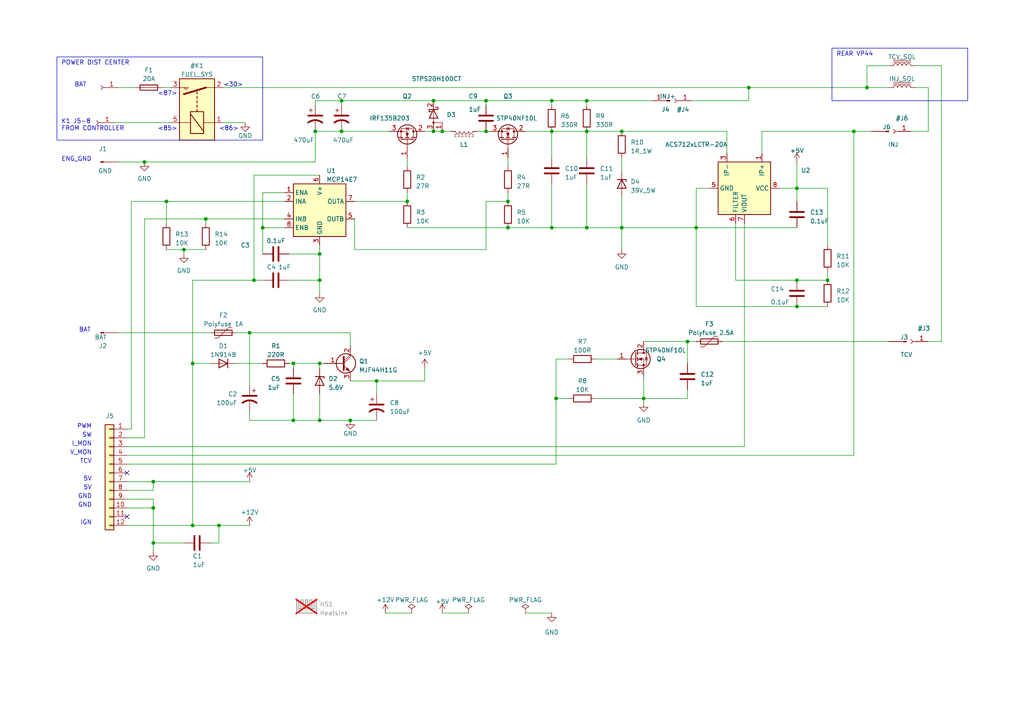
<source format=kicad_sch>
(kicad_sch (version 20230121) (generator eeschema)
  (paper "A4")
  (title_block (title "VP44_DRV_SW") (date "2023-03-25") (rev "A1") (comment 1 "Solser small bus wire to bare traces for high current"))
  (lib_symbols
    (symbol "Conn_01x01_Pin_1" (pin_numbers hide) (pin_names (offset 1.016) hide)
      (property "Reference" "J" (at 0 2.54 0))
      (property "Value" "Conn_01x01_Pin" (at 0 -2.54 0))
      (symbol "Conn_01x01_Pin_1_1_1"
        (polyline (pts (xy 1.27 0) (xy 0.8636 0)) (stroke (width 0.1524)))
        (rectangle (start 0.8636 0.127) (end 0 -0.127) (stroke (width 0.1524)) (fill (type outline)))
        (pin passive line (at 5.08 0 180) (length 3.81) (name "Pin_1") (number "1"))
      )
    )
    (symbol "Conn_01x01_Pin_2" (pin_numbers hide) (pin_names (offset 1.016) hide)
      (property "Reference" "J" (at 0 2.54 0))
      (property "Value" "Conn_01x01_Pin" (at 0 -2.54 0))
      (symbol "Conn_01x01_Pin_2_1_1"
        (polyline (pts (xy 1.27 0) (xy 0.8636 0)) (stroke (width 0.1524)))
        (rectangle (start 0.8636 0.127) (end 0 -0.127) (stroke (width 0.1524)) (fill (type outline)))
        (pin passive line (at 5.08 0 180) (length 3.81) (name "Pin_1") (number "1"))
      )
    )
    (symbol "Conn_01x01_Pin_3" (pin_numbers hide) (pin_names (offset 1.016) hide)
      (property "Reference" "J" (at 0 2.54 0))
      (property "Value" "Conn_01x01_Pin" (at 0 -2.54 0))
      (symbol "Conn_01x01_Pin_3_1_1"
        (polyline (pts (xy 1.27 0) (xy 0.8636 0)) (stroke (width 0.1524)))
        (rectangle (start 0.8636 0.127) (end 0 -0.127) (stroke (width 0.1524)) (fill (type outline)))
        (pin passive line (at 5.08 0 180) (length 3.81) (name "Pin_1") (number "1"))
      )
    )
    (symbol "Conn_01x01_Pin_4" (pin_numbers hide) (pin_names (offset 1.016) hide)
      (property "Reference" "J" (at 0 2.54 0))
      (property "Value" "Conn_01x01_Pin" (at 0 -2.54 0))
      (symbol "Conn_01x01_Pin_4_1_1"
        (polyline (pts (xy 1.27 0) (xy 0.8636 0)) (stroke (width 0.1524)))
        (rectangle (start 0.8636 0.127) (end 0 -0.127) (stroke (width 0.1524)) (fill (type outline)))
        (pin passive line (at 5.08 0 180) (length 3.81) (name "Pin_1") (number "1"))
      )
    )
    (symbol "Connector:Conn_01x01_Pin" (pin_names (offset 1.016) hide)
      (property "Reference" "J" (at 0 2.54 0))
      (property "Value" "Conn_01x01_Pin" (at 0 -2.54 0))
      (symbol "Conn_01x01_Pin_1_1"
        (polyline (pts (xy 1.27 0) (xy 0.8636 0)) (stroke (width 0.1524)))
        (rectangle (start 0.8636 0.127) (end 0 -0.127) (stroke (width 0.1524)) (fill (type outline)))
        (pin passive line (at 5.08 0 180) (length 3.81) (name "Pin_1") (number "1"))
      )
    )
    (symbol "Connector:Conn_01x01_Socket" (pin_names (offset 1.016) hide)
      (property "Reference" "J" (at 0 2.54 0))
      (property "Value" "Conn_01x01_Socket" (at 0 -2.54 0))
      (symbol "Conn_01x01_Socket_1_1"
        (polyline (pts (xy -1.27 0) (xy -0.508 0)) (stroke (width 0.1524)))
        (arc (start 0 0.508) (mid -0.5058 0) (end 0 -0.508) (stroke (width 0.1524)))
        (pin passive line (at -5.08 0 0) (length 3.81) (name "Pin_1") (number "1"))
      )
    )
    (symbol "Connector_Generic:Conn_01x12" (pin_names (offset 1.016) hide)
      (property "Reference" "J" (at 0 15.24 0))
      (property "Value" "Conn_01x12" (at 0 -17.78 0))
      (symbol "Conn_01x12_1_1"
        (rectangle (start -1.27 -15.113) (end 0 -15.367) (stroke (width 0.1524)))
        (rectangle (start -1.27 -12.573) (end 0 -12.827) (stroke (width 0.1524)))
        (rectangle (start -1.27 -10.033) (end 0 -10.287) (stroke (width 0.1524)))
        (rectangle (start -1.27 -7.493) (end 0 -7.747) (stroke (width 0.1524)))
        (rectangle (start -1.27 -4.953) (end 0 -5.207) (stroke (width 0.1524)))
        (rectangle (start -1.27 -2.413) (end 0 -2.667) (stroke (width 0.1524)))
        (rectangle (start -1.27 0.127) (end 0 -0.127) (stroke (width 0.1524)))
        (rectangle (start -1.27 2.667) (end 0 2.413) (stroke (width 0.1524)))
        (rectangle (start -1.27 5.207) (end 0 4.953) (stroke (width 0.1524)))
        (rectangle (start -1.27 7.747) (end 0 7.493) (stroke (width 0.1524)))
        (rectangle (start -1.27 10.287) (end 0 10.033) (stroke (width 0.1524)))
        (rectangle (start -1.27 12.827) (end 0 12.573) (stroke (width 0.1524)))
        (rectangle (start -1.27 13.97) (end 1.27 -16.51) (stroke (width 0.254)) (fill (type background)))
        (pin passive line (at -5.08 12.7 0) (length 3.81) (name "Pin_1") (number "1"))
        (pin passive line (at -5.08 -10.16 0) (length 3.81) (name "Pin_10") (number "10"))
        (pin passive line (at -5.08 -12.7 0) (length 3.81) (name "Pin_11") (number "11"))
        (pin passive line (at -5.08 -15.24 0) (length 3.81) (name "Pin_12") (number "12"))
        (pin passive line (at -5.08 10.16 0) (length 3.81) (name "Pin_2") (number "2"))
        (pin passive line (at -5.08 7.62 0) (length 3.81) (name "Pin_3") (number "3"))
        (pin passive line (at -5.08 5.08 0) (length 3.81) (name "Pin_4") (number "4"))
        (pin passive line (at -5.08 2.54 0) (length 3.81) (name "Pin_5") (number "5"))
        (pin passive line (at -5.08 0 0) (length 3.81) (name "Pin_6") (number "6"))
        (pin passive line (at -5.08 -2.54 0) (length 3.81) (name "Pin_7") (number "7"))
        (pin passive line (at -5.08 -5.08 0) (length 3.81) (name "Pin_8") (number "8"))
        (pin passive line (at -5.08 -7.62 0) (length 3.81) (name "Pin_9") (number "9"))
      )
    )
    (symbol "Device:C" (pin_numbers hide) (pin_names (offset 0.254))
      (property "Reference" "C" (at 0.635 2.54 0))
      (property "Value" "C" (at 0.635 -2.54 0))
      (symbol "C_0_1"
        (polyline (pts (xy -2.032 -0.762) (xy 2.032 -0.762)) (stroke (width 0.508)))
        (polyline (pts (xy -2.032 0.762) (xy 2.032 0.762)) (stroke (width 0.508)))
      )
      (symbol "C_1_1"
        (pin passive line (at 0 3.81 270) (length 2.794) (name "~") (number "1"))
        (pin passive line (at 0 -3.81 90) (length 2.794) (name "~") (number "2"))
      )
    )
    (symbol "Device:C_Polarized_US" (pin_numbers hide) (pin_names (offset 0.254) hide)
      (property "Reference" "C" (at 0.635 2.54 0))
      (property "Value" "C_Polarized_US" (at 0.635 -2.54 0))
      (symbol "C_Polarized_US_0_1"
        (polyline (pts (xy -2.032 0.762) (xy 2.032 0.762)) (stroke (width 0.508)))
        (polyline (pts (xy -1.778 2.286) (xy -0.762 2.286)))
        (polyline (pts (xy -1.27 1.778) (xy -1.27 2.794)))
        (arc (start 2.032 -1.27) (mid 0 -0.5572) (end -2.032 -1.27) (stroke (width 0.508)))
      )
      (symbol "C_Polarized_US_1_1"
        (pin passive line (at 0 3.81 270) (length 2.794) (name "~") (number "1"))
        (pin passive line (at 0 -3.81 90) (length 3.302) (name "~") (number "2"))
      )
    )
    (symbol "Device:D" (pin_numbers hide) (pin_names (offset 1.016) hide)
      (property "Reference" "D" (at 0 2.54 0))
      (property "Value" "D" (at 0 -2.54 0))
      (symbol "D_0_1"
        (polyline (pts (xy -1.27 1.27) (xy -1.27 -1.27)) (stroke (width 0.254)))
        (polyline (pts (xy 1.27 0) (xy -1.27 0)))
        (polyline (pts (xy 1.27 1.27) (xy 1.27 -1.27) (xy -1.27 0) (xy 1.27 1.27)) (stroke (width 0.254)))
      )
      (symbol "D_1_1"
        (pin passive line (at -3.81 0 0) (length 2.54) (name "K") (number "1"))
        (pin passive line (at 3.81 0 180) (length 2.54) (name "A") (number "2"))
      )
    )
    (symbol "Device:D_Schottky_AKA" (pin_names (offset 0) hide)
      (property "Reference" "D" (at 0 2.54 0))
      (property "Value" "D_Schottky_AKA" (at 0 -2.54 0))
      (symbol "D_Schottky_AKA_0_1"
        (polyline (pts (xy 1.27 1.27) (xy 1.27 -1.27) (xy -1.27 0) (xy 1.27 1.27)) (stroke (width 0.254)))
        (polyline (pts (xy 3.81 2.54) (xy 2.54 2.54) (xy 2.54 0) (xy -1.27 0)))
        (polyline (pts (xy -1.905 0.635) (xy -1.905 1.27) (xy -1.27 1.27) (xy -1.27 -1.27) (xy -0.635 -1.27) (xy -0.635 -0.635)) (stroke (width 0.254)))
        (circle (center 2.54 0) (radius 0.254) (fill (type outline)))
      )
      (symbol "D_Schottky_AKA_1_1"
        (pin input line (at 5.08 2.54 180) (length 2.54) (name "A") (number "1"))
        (pin passive line (at -3.81 0 0) (length 2.54) (name "K") (number "2"))
        (pin passive line (at 5.08 0 180) (length 2.54) (name "A") (number "3"))
      )
    )
    (symbol "Device:D_Zener" (pin_numbers hide) (pin_names (offset 1.016) hide)
      (property "Reference" "D" (at 0 2.54 0))
      (property "Value" "D_Zener" (at 0 -2.54 0))
      (symbol "D_Zener_0_1"
        (polyline (pts (xy 1.27 0) (xy -1.27 0)))
        (polyline (pts (xy -1.27 -1.27) (xy -1.27 1.27) (xy -0.762 1.27)) (stroke (width 0.254)))
        (polyline (pts (xy 1.27 -1.27) (xy 1.27 1.27) (xy -1.27 0) (xy 1.27 -1.27)) (stroke (width 0.254)))
      )
      (symbol "D_Zener_1_1"
        (pin passive line (at -3.81 0 0) (length 2.54) (name "K") (number "1"))
        (pin passive line (at 3.81 0 180) (length 2.54) (name "A") (number "2"))
      )
    )
    (symbol "Device:Fuse" (pin_numbers hide) (pin_names (offset 0))
      (property "Reference" "F" (at 2.032 0 90))
      (property "Value" "Fuse" (at -1.905 0 90))
      (symbol "Fuse_0_1"
        (rectangle (start -0.762 -2.54) (end 0.762 2.54) (stroke (width 0.254)))
        (polyline (pts (xy 0 2.54) (xy 0 -2.54)))
      )
      (symbol "Fuse_1_1"
        (pin passive line (at 0 3.81 270) (length 1.27) (name "~") (number "1"))
        (pin passive line (at 0 -3.81 90) (length 1.27) (name "~") (number "2"))
      )
    )
    (symbol "Device:L_Ferrite" (pin_numbers hide) (pin_names (offset 1.016) hide)
      (property "Reference" "L" (at -1.27 0 90))
      (property "Value" "L_Ferrite" (at 2.794 0 90))
      (symbol "L_Ferrite_0_1"
        (arc (start 0 -2.54) (mid 0.6323 -1.905) (end 0 -1.27))
        (arc (start 0 -1.27) (mid 0.6323 -0.635) (end 0 0))
        (polyline (pts (xy 1.016 -2.794) (xy 1.016 -2.286)))
        (polyline (pts (xy 1.016 -1.778) (xy 1.016 -1.27)))
        (polyline (pts (xy 1.016 -0.762) (xy 1.016 -0.254)))
        (polyline (pts (xy 1.016 0.254) (xy 1.016 0.762)))
        (polyline (pts (xy 1.016 1.27) (xy 1.016 1.778)))
        (polyline (pts (xy 1.016 2.286) (xy 1.016 2.794)))
        (polyline (pts (xy 1.524 -2.286) (xy 1.524 -2.794)))
        (polyline (pts (xy 1.524 -1.27) (xy 1.524 -1.778)))
        (polyline (pts (xy 1.524 -0.254) (xy 1.524 -0.762)))
        (polyline (pts (xy 1.524 0.762) (xy 1.524 0.254)))
        (polyline (pts (xy 1.524 1.778) (xy 1.524 1.27)))
        (polyline (pts (xy 1.524 2.794) (xy 1.524 2.286)))
        (arc (start 0 0) (mid 0.6323 0.635) (end 0 1.27))
        (arc (start 0 1.27) (mid 0.6323 1.905) (end 0 2.54))
      )
      (symbol "L_Ferrite_1_1"
        (pin passive line (at 0 3.81 270) (length 1.27) (name "1") (number "1"))
        (pin passive line (at 0 -3.81 90) (length 1.27) (name "2") (number "2"))
      )
    )
    (symbol "Device:L_Iron" (pin_numbers hide) (pin_names (offset 1.016) hide)
      (property "Reference" "L" (at -1.27 0 90))
      (property "Value" "L_Iron" (at 2.794 0 90))
      (symbol "L_Iron_0_1"
        (arc (start 0 -2.54) (mid 0.6323 -1.905) (end 0 -1.27))
        (arc (start 0 -1.27) (mid 0.6323 -0.635) (end 0 0))
        (polyline (pts (xy 1.016 2.54) (xy 1.016 -2.54)))
        (polyline (pts (xy 1.524 -2.54) (xy 1.524 2.54)))
        (arc (start 0 0) (mid 0.6323 0.635) (end 0 1.27))
        (arc (start 0 1.27) (mid 0.6323 1.905) (end 0 2.54))
      )
      (symbol "L_Iron_1_1"
        (pin passive line (at 0 3.81 270) (length 1.27) (name "1") (number "1"))
        (pin passive line (at 0 -3.81 90) (length 1.27) (name "2") (number "2"))
      )
    )
    (symbol "Device:Polyfuse" (pin_numbers hide) (pin_names (offset 0))
      (property "Reference" "F" (at -2.54 0 90))
      (property "Value" "Polyfuse" (at 2.54 0 90))
      (symbol "Polyfuse_0_1"
        (rectangle (start -0.762 2.54) (end 0.762 -2.54) (stroke (width 0.254)))
        (polyline (pts (xy 0 2.54) (xy 0 -2.54)))
        (polyline (pts (xy -1.524 2.54) (xy -1.524 1.524) (xy 1.524 -1.524) (xy 1.524 -2.54)))
      )
      (symbol "Polyfuse_1_1"
        (pin passive line (at 0 3.81 270) (length 1.27) (name "~") (number "1"))
        (pin passive line (at 0 -3.81 90) (length 1.27) (name "~") (number "2"))
      )
    )
    (symbol "Device:R" (pin_numbers hide) (pin_names (offset 0))
      (property "Reference" "R" (at 2.032 0 90))
      (property "Value" "R" (at 0 0 90))
      (symbol "R_0_1"
        (rectangle (start -1.016 -2.54) (end 1.016 2.54) (stroke (width 0.254)))
      )
      (symbol "R_1_1"
        (pin passive line (at 0 3.81 270) (length 1.27) (name "~") (number "1"))
        (pin passive line (at 0 -3.81 90) (length 1.27) (name "~") (number "2"))
      )
    )
    (symbol "Driver_FET:MCP14E7"
      (property "Reference" "U" (at -7.62 8.89 0))
      (property "Value" "MCP14E7" (at 1.27 8.89 0))
      (symbol "MCP14E7_0_1"
        (rectangle (start -7.62 -7.62) (end 7.62 7.62) (stroke (width 0.254)) (fill (type background)))
      )
      (symbol "MCP14E7_1_1"
        (pin input line (at -10.16 5.08 0) (length 2.54) (name "ENA") (number "1"))
        (pin input line (at -10.16 2.54 0) (length 2.54) (name "INA") (number "2"))
        (pin power_in line (at 0 -10.16 90) (length 2.54) (name "GND") (number "3"))
        (pin input line (at -10.16 -2.54 0) (length 2.54) (name "INB") (number "4"))
        (pin output line (at 10.16 -2.54 180) (length 2.54) (name "OUTB") (number "5"))
        (pin power_in line (at 0 10.16 270) (length 2.54) (name "V+") (number "6"))
        (pin output line (at 10.16 2.54 180) (length 2.54) (name "OUTA") (number "7"))
        (pin input line (at -10.16 -5.08 0) (length 2.54) (name "ENB") (number "8"))
      )
    )
    (symbol "Mechanical:Heatsink" (pin_names (offset 1.016))
      (property "Reference" "HS" (at 0 5.08 0))
      (property "Value" "Heatsink" (at 0 -1.27 0))
      (symbol "Heatsink_0_1"
        (polyline (pts (xy -0.3302 1.27) (xy -0.9652 1.27) (xy -0.9652 3.81) (xy -1.6002 3.81) (xy -1.6002 1.27) (xy -2.2352 1.27) (xy -2.2352 3.81) (xy -2.8702 3.81) (xy -2.8702 0) (xy -0.9652 0)) (stroke (width 0.254)) (fill (type background)))
        (polyline (pts (xy -0.3302 1.27) (xy -0.3302 3.81) (xy 0.3048 3.81) (xy 0.3048 1.27) (xy 0.9398 1.27) (xy 0.9398 3.81) (xy 1.5748 3.81) (xy 1.5748 1.27) (xy 2.2098 1.27) (xy 2.2098 3.81) (xy 2.8448 3.81) (xy 2.8448 0) (xy -0.9652 0)) (stroke (width 0.254)) (fill (type background)))
      )
    )
    (symbol "Relay:G5Q-1A"
      (property "Reference" "K" (at 8.89 3.81 0))
      (property "Value" "G5Q-1A" (at 8.89 1.27 0))
      (symbol "G5Q-1A_0_0"
        (polyline (pts (xy 5.08 5.08) (xy 5.08 2.54) (xy 4.445 3.175) (xy 5.08 3.81)))
      )
      (symbol "G5Q-1A_0_1"
        (rectangle (start -10.16 5.08) (end 7.62 -5.08) (stroke (width 0.254)) (fill (type background)))
        (rectangle (start -8.255 1.905) (end -1.905 -1.905) (stroke (width 0.254)))
        (polyline (pts (xy -7.62 -1.905) (xy -2.54 1.905)) (stroke (width 0.254)))
        (polyline (pts (xy -5.08 -5.08) (xy -5.08 -1.905)))
        (polyline (pts (xy -5.08 5.08) (xy -5.08 1.905)))
        (polyline (pts (xy -1.905 0) (xy -1.27 0)) (stroke (width 0.254)))
        (polyline (pts (xy -0.635 0) (xy 0 0)) (stroke (width 0.254)))
        (polyline (pts (xy 0.635 0) (xy 1.27 0)) (stroke (width 0.254)))
        (polyline (pts (xy 1.905 0) (xy 2.54 0)) (stroke (width 0.254)))
        (polyline (pts (xy 3.175 0) (xy 3.81 0)) (stroke (width 0.254)))
        (polyline (pts (xy 5.08 -2.54) (xy 3.175 3.81)) (stroke (width 0.508)))
        (polyline (pts (xy 5.08 -2.54) (xy 5.08 -5.08)))
      )
      (symbol "G5Q-1A_1_1"
        (pin passive line (at -5.08 -7.62 90) (length 2.54) (name "~") (number "1"))
        (pin passive line (at 5.08 -7.62 90) (length 2.54) (name "~") (number "2"))
        (pin passive line (at 5.08 7.62 270) (length 2.54) (name "~") (number "3"))
        (pin passive line (at -5.08 7.62 270) (length 2.54) (name "~") (number "5"))
      )
    )
    (symbol "Sensor_Current:ACS712xLCTR-20A"
      (property "Reference" "U" (at 2.54 11.43 0))
      (property "Value" "ACS712xLCTR-20A" (at 2.54 8.89 0))
      (symbol "ACS712xLCTR-20A_0_1"
        (rectangle (start -7.62 7.62) (end 7.62 -7.62) (stroke (width 0.254)) (fill (type background)))
      )
      (symbol "ACS712xLCTR-20A_1_1"
        (pin passive line (at -10.16 5.08 0) (length 2.54) (name "IP+") (number "1"))
        (pin passive line (at -10.16 5.08 0) (length 2.54) hide (name "IP+") (number "2"))
        (pin passive line (at -10.16 -5.08 0) (length 2.54) (name "IP-") (number "3"))
        (pin passive line (at -10.16 -5.08 0) (length 2.54) hide (name "IP-") (number "4"))
        (pin power_in line (at 0 -10.16 90) (length 2.54) (name "GND") (number "5"))
        (pin passive line (at 10.16 -2.54 180) (length 2.54) (name "FILTER") (number "6"))
        (pin output line (at 10.16 0 180) (length 2.54) (name "VIOUT") (number "7"))
        (pin power_in line (at 0 10.16 270) (length 2.54) (name "VCC") (number "8"))
      )
    )
    (symbol "Transistor_BJT:BDW93A" (pin_names (offset 0) hide)
      (property "Reference" "Q" (at 5.08 1.905 0))
      (property "Value" "BDW93A" (at 5.08 0 0))
      (symbol "BDW93A_0_1"
        (polyline (pts (xy 0.635 0.635) (xy 2.54 2.54)))
        (polyline (pts (xy 0.635 -0.635) (xy 2.54 -2.54) (xy 2.54 -2.54)))
        (polyline (pts (xy 0.635 0) (xy 2.54 1.905) (xy 2.54 2.54)))
        (polyline (pts (xy 0.635 1.905) (xy 0.635 -1.905) (xy 0.635 -1.905)) (stroke (width 0.508)))
        (polyline (pts (xy 1.27 -1.778) (xy 1.778 -1.27) (xy 2.286 -2.286) (xy 1.27 -1.778) (xy 1.27 -1.778)) (fill (type outline)))
        (circle (center 1.27 0) (radius 2.8194) (stroke (width 0.254)))
      )
      (symbol "BDW93A_1_1"
        (polyline (pts (xy 0 0) (xy 0.508 0)))
        (pin input line (at -5.08 0 0) (length 5.08) (name "B") (number "1"))
        (pin passive line (at 2.54 5.08 270) (length 2.54) (name "C") (number "2"))
        (pin passive line (at 2.54 -5.08 90) (length 2.54) (name "E") (number "3"))
      )
    )
    (symbol "Transistor_FET:STB40N60M2" (pin_names hide)
      (property "Reference" "Q" (at 5.08 1.905 0))
      (property "Value" "STB40N60M2" (at 5.08 0 0))
      (symbol "STB40N60M2_0_1"
        (polyline (pts (xy 0.254 0) (xy -2.54 0)))
        (polyline (pts (xy 0.254 1.905) (xy 0.254 -1.905)) (stroke (width 0.254)))
        (polyline (pts (xy 0.762 -1.27) (xy 0.762 -2.286)) (stroke (width 0.254)))
        (polyline (pts (xy 0.762 0.508) (xy 0.762 -0.508)) (stroke (width 0.254)))
        (polyline (pts (xy 0.762 2.286) (xy 0.762 1.27)) (stroke (width 0.254)))
        (polyline (pts (xy 2.54 2.54) (xy 2.54 1.778)))
        (polyline (pts (xy 2.54 -2.54) (xy 2.54 0) (xy 0.762 0)))
        (polyline (pts (xy 0.762 -1.778) (xy 3.302 -1.778) (xy 3.302 1.778) (xy 0.762 1.778)))
        (polyline (pts (xy 1.016 0) (xy 2.032 0.381) (xy 2.032 -0.381) (xy 1.016 0)) (fill (type outline)))
        (polyline (pts (xy 2.794 0.508) (xy 2.921 0.381) (xy 3.683 0.381) (xy 3.81 0.254)))
        (polyline (pts (xy 3.302 0.381) (xy 2.921 -0.254) (xy 3.683 -0.254) (xy 3.302 0.381)))
        (circle (center 1.651 0) (radius 2.794) (stroke (width 0.254)))
        (circle (center 2.54 -1.778) (radius 0.254) (fill (type outline)))
        (circle (center 2.54 1.778) (radius 0.254) (fill (type outline)))
      )
      (symbol "STB40N60M2_1_1"
        (pin passive line (at -5.08 0 0) (length 2.54) (name "G") (number "1"))
        (pin passive line (at 2.54 5.08 270) (length 2.54) (name "D") (number "2"))
        (pin passive line (at 2.54 -5.08 90) (length 2.54) (name "S") (number "3"))
      )
    )
    (symbol "power:+12V" (power) (pin_names (offset 0))
      (property "Value" "+12V" (at 0 3.556 0))
      (symbol "+12V_0_1"
        (polyline (pts (xy -0.762 1.27) (xy 0 2.54)))
        (polyline (pts (xy 0 0) (xy 0 2.54)))
        (polyline (pts (xy 0 2.54) (xy 0.762 1.27)))
      )
      (symbol "+12V_1_1"
        (pin power_in line (at 0 0 90) (length 0) hide (name "+12V") (number "1"))
      )
    )
    (symbol "power:+5V" (power) (pin_names (offset 0))
      (property "Value" "+5V" (at 0 3.556 0))
      (symbol "+5V_0_1"
        (polyline (pts (xy -0.762 1.27) (xy 0 2.54)))
        (polyline (pts (xy 0 0) (xy 0 2.54)))
        (polyline (pts (xy 0 2.54) (xy 0.762 1.27)))
      )
      (symbol "+5V_1_1"
        (pin power_in line (at 0 0 90) (length 0) hide (name "+5V") (number "1"))
      )
    )
    (symbol "power:GND" (power) (pin_names (offset 0))
      (property "Value" "GND" (at 0 -3.81 0))
      (symbol "GND_0_1"
        (polyline (pts (xy 0 0) (xy 0 -1.27) (xy 1.27 -1.27) (xy 0 -2.54) (xy -1.27 -1.27) (xy 0 -1.27)))
      )
      (symbol "GND_1_1"
        (pin power_in line (at 0 0 270) (length 0) hide (name "GND") (number "1"))
      )
    )
    (symbol "power:PWR_FLAG" (power) (pin_numbers hide) (pin_names (offset 0) hide)
      (property "Value" "PWR_FLAG" (at 0 3.81 0))
      (symbol "PWR_FLAG_0_0"
        (pin power_out line (at 0 0 90) (length 0) (name "pwr") (number "1"))
      )
      (symbol "PWR_FLAG_0_1"
        (polyline (pts (xy 0 0) (xy 0 1.27) (xy -1.016 1.905) (xy 0 2.54) (xy 1.016 1.905) (xy 0 1.27)))
      )
    )
  )
  (junction (at 109.22 110.49))
  (junction (at 41.91 46.99))
  (junction (at 125.73 38.1))
  (junction (at 63.5 152.4))
  (junction (at 53.34 72.39))
  (junction (at 48.26 58.42))
  (junction (at 118.11 58.42))
  (junction (at 85.09 105.41))
  (junction (at 44.45 139.7))
  (junction (at 99.06 38.1))
  (junction (at 44.45 157.48))
  (junction (at 140.97 38.1))
  (junction (at 72.39 96.52))
  (junction (at 140.97 29.21))
  (junction (at 231.14 88.9))
  (junction (at 180.34 66.04))
  (junction (at 147.32 58.42))
  (junction (at 92.71 81.28))
  (junction (at 231.14 81.28))
  (junction (at 44.45 147.32))
  (junction (at 201.93 66.04))
  (junction (at 85.09 121.92))
  (junction (at 170.18 38.1))
  (junction (at 125.73 29.21))
  (junction (at 160.02 29.21))
  (junction (at 59.69 63.5))
  (junction (at 170.18 66.04))
  (junction (at 240.03 81.28))
  (junction (at 55.88 152.4))
  (junction (at 92.71 73.66))
  (junction (at 91.44 38.1))
  (junction (at 92.71 105.41))
  (junction (at 186.69 115.57))
  (junction (at 231.14 54.61))
  (junction (at 170.18 29.21))
  (junction (at 128.27 38.1))
  (junction (at 147.32 66.04))
  (junction (at 247.65 38.1))
  (junction (at 251.46 25.4))
  (junction (at 76.2 66.04))
  (junction (at 99.06 29.21))
  (junction (at 161.29 115.57))
  (junction (at 73.66 81.28))
  (junction (at 92.71 121.92))
  (junction (at 199.39 99.06))
  (junction (at 160.02 66.04))
  (junction (at 160.02 38.1))
  (junction (at 101.6 121.92))
  (junction (at 55.88 105.41))
  (junction (at 217.17 25.4))
  (junction (at 180.34 38.1))
  (no_connect (at 36.83 149.86))
  (no_connect (at 36.83 137.16))
  (wire (pts (xy 180.34 66.04) (xy 180.34 72.39)))
  (wire (pts (xy 72.39 96.52) (xy 72.39 111.76)))
  (wire (pts (xy 226.06 54.61) (xy 231.14 54.61)))
  (wire (pts (xy 201.93 66.04) (xy 201.93 54.61)))
  (wire (pts (xy 170.18 38.1) (xy 180.34 38.1)))
  (wire (pts (xy 92.71 73.66) (xy 92.71 81.28)))
  (wire (pts (xy 170.18 53.34) (xy 170.18 66.04)))
  (wire (pts (xy 231.14 54.61) (xy 231.14 58.42)))
  (wire (pts (xy 48.26 58.42) (xy 48.26 64.77)))
  (wire (pts (xy 172.72 115.57) (xy 186.69 115.57)))
  (wire (pts (xy 140.97 58.42) (xy 147.32 58.42)))
  (wire (pts (xy 76.2 66.04) (xy 76.2 73.66)))
  (wire (pts (xy 160.02 45.72) (xy 160.02 38.1)))
  (wire (pts (xy 36.83 152.4) (xy 55.88 152.4)))
  (wire (pts (xy 64.77 25.4) (xy 217.17 25.4)))
  (wire (pts (xy 55.88 81.28) (xy 55.88 105.41)))
  (wire (pts (xy 38.1 124.46) (xy 36.83 124.46)))
  (wire (pts (xy 209.55 99.06) (xy 257.81 99.06)))
  (wire (pts (xy 220.98 38.1) (xy 220.98 44.45)))
  (wire (pts (xy 201.93 54.61) (xy 205.74 54.61)))
  (wire (pts (xy 41.91 63.5) (xy 59.69 63.5)))
  (wire (pts (xy 199.39 113.03) (xy 199.39 115.57)))
  (wire (pts (xy 72.39 121.92) (xy 85.09 121.92)))
  (wire (pts (xy 92.71 105.41) (xy 92.71 106.68)))
  (wire (pts (xy 102.87 63.5) (xy 102.87 72.39)))
  (wire (pts (xy 36.83 142.24) (xy 44.45 142.24)))
  (wire (pts (xy 48.26 58.42) (xy 82.55 58.42)))
  (wire (pts (xy 125.73 38.1) (xy 128.27 38.1)))
  (wire (pts (xy 36.83 129.54) (xy 215.9 129.54)))
  (wire (pts (xy 64.77 35.56) (xy 71.12 35.56)))
  (wire (pts (xy 91.44 38.1) (xy 99.06 38.1)))
  (wire (pts (xy 102.87 72.39) (xy 140.97 72.39)))
  (wire (pts (xy 161.29 115.57) (xy 161.29 104.14)))
  (wire (pts (xy 140.97 29.21) (xy 140.97 30.48)))
  (wire (pts (xy 102.87 58.42) (xy 118.11 58.42)))
  (wire (pts (xy 161.29 104.14) (xy 165.1 104.14)))
  (wire (pts (xy 180.34 57.15) (xy 180.34 66.04)))
  (wire (pts (xy 109.22 110.49) (xy 123.19 110.49)))
  (wire (pts (xy 247.65 38.1) (xy 252.73 38.1)))
  (wire (pts (xy 123.19 38.1) (xy 125.73 38.1)))
  (wire (pts (xy 55.88 152.4) (xy 63.5 152.4)))
  (wire (pts (xy 265.43 25.4) (xy 269.24 25.4)))
  (wire (pts (xy 44.45 142.24) (xy 44.45 139.7)))
  (wire (pts (xy 147.32 45.72) (xy 147.32 48.26)))
  (wire (pts (xy 217.17 25.4) (xy 251.46 25.4)))
  (wire (pts (xy 118.11 55.88) (xy 118.11 58.42)))
  (wire (pts (xy 83.82 73.66) (xy 92.71 73.66)))
  (wire (pts (xy 170.18 45.72) (xy 170.18 38.1)))
  (wire (pts (xy 92.71 71.12) (xy 92.71 73.66)))
  (wire (pts (xy 128.27 177.8) (xy 135.89 177.8)))
  (wire (pts (xy 76.2 55.88) (xy 76.2 66.04)))
  (wire (pts (xy 60.96 157.48) (xy 63.5 157.48)))
  (wire (pts (xy 59.69 63.5) (xy 82.55 63.5)))
  (wire (pts (xy 82.55 55.88) (xy 76.2 55.88)))
  (wire (pts (xy 231.14 88.9) (xy 240.03 88.9)))
  (wire (pts (xy 34.29 46.99) (xy 41.91 46.99)))
  (wire (pts (xy 147.32 66.04) (xy 160.02 66.04)))
  (wire (pts (xy 231.14 54.61) (xy 240.03 54.61)))
  (wire (pts (xy 72.39 96.52) (xy 101.6 96.52)))
  (wire (pts (xy 186.69 99.06) (xy 199.39 99.06)))
  (wire (pts (xy 180.34 66.04) (xy 201.93 66.04)))
  (wire (pts (xy 140.97 72.39) (xy 140.97 58.42)))
  (wire (pts (xy 180.34 38.1) (xy 210.82 38.1)))
  (wire (pts (xy 269.24 99.06) (xy 273.05 99.06)))
  (wire (pts (xy 140.97 29.21) (xy 160.02 29.21)))
  (wire (pts (xy 269.24 25.4) (xy 269.24 38.1)))
  (wire (pts (xy 44.45 157.48) (xy 53.34 157.48)))
  (wire (pts (xy 91.44 46.99) (xy 91.44 38.1)))
  (wire (pts (xy 231.14 81.28) (xy 240.03 81.28)))
  (wire (pts (xy 240.03 54.61) (xy 240.03 71.12)))
  (wire (pts (xy 36.83 147.32) (xy 44.45 147.32)))
  (wire (pts (xy 44.45 160.02) (xy 44.45 157.48)))
  (wire (pts (xy 53.34 72.39) (xy 53.34 73.66)))
  (wire (pts (xy 125.73 29.21) (xy 140.97 29.21)))
  (wire (pts (xy 161.29 115.57) (xy 165.1 115.57)))
  (wire (pts (xy 55.88 105.41) (xy 60.96 105.41)))
  (wire (pts (xy 99.06 29.21) (xy 99.06 30.48)))
  (wire (pts (xy 251.46 19.05) (xy 251.46 25.4)))
  (wire (pts (xy 85.09 105.41) (xy 92.71 105.41)))
  (wire (pts (xy 160.02 53.34) (xy 160.02 66.04)))
  (wire (pts (xy 231.14 46.99) (xy 231.14 54.61)))
  (wire (pts (xy 99.06 29.21) (xy 91.44 29.21)))
  (wire (pts (xy 210.82 38.1) (xy 210.82 44.45)))
  (wire (pts (xy 199.39 99.06) (xy 199.39 105.41)))
  (wire (pts (xy 91.44 29.21) (xy 91.44 30.48)))
  (wire (pts (xy 36.83 132.08) (xy 247.65 132.08)))
  (wire (pts (xy 199.39 115.57) (xy 186.69 115.57)))
  (wire (pts (xy 231.14 81.28) (xy 213.36 81.28)))
  (wire (pts (xy 92.71 105.41) (xy 93.98 105.41)))
  (wire (pts (xy 59.69 63.5) (xy 59.69 64.77)))
  (wire (pts (xy 160.02 38.1) (xy 170.18 38.1)))
  (wire (pts (xy 147.32 55.88) (xy 147.32 58.42)))
  (wire (pts (xy 264.16 38.1) (xy 269.24 38.1)))
  (wire (pts (xy 251.46 19.05) (xy 257.81 19.05)))
  (wire (pts (xy 161.29 134.62) (xy 161.29 115.57)))
  (wire (pts (xy 247.65 38.1) (xy 247.65 132.08)))
  (wire (pts (xy 123.19 110.49) (xy 123.19 106.68)))
  (wire (pts (xy 38.1 58.42) (xy 48.26 58.42)))
  (wire (pts (xy 76.2 66.04) (xy 82.55 66.04)))
  (wire (pts (xy 101.6 121.92) (xy 109.22 121.92)))
  (wire (pts (xy 85.09 121.92) (xy 92.71 121.92)))
  (wire (pts (xy 46.99 25.4) (xy 49.53 25.4)))
  (wire (pts (xy 85.09 106.68) (xy 85.09 105.41)))
  (wire (pts (xy 118.11 45.72) (xy 118.11 48.26)))
  (wire (pts (xy 138.43 38.1) (xy 140.97 38.1)))
  (wire (pts (xy 63.5 152.4) (xy 72.39 152.4)))
  (wire (pts (xy 44.45 147.32) (xy 44.45 157.48)))
  (wire (pts (xy 73.66 81.28) (xy 76.2 81.28)))
  (wire (pts (xy 83.82 81.28) (xy 92.71 81.28)))
  (wire (pts (xy 186.69 115.57) (xy 186.69 116.84)))
  (wire (pts (xy 172.72 104.14) (xy 179.07 104.14)))
  (wire (pts (xy 125.73 29.21) (xy 99.06 29.21)))
  (wire (pts (xy 41.91 63.5) (xy 41.91 127)))
  (wire (pts (xy 265.43 19.05) (xy 273.05 19.05)))
  (wire (pts (xy 34.29 25.4) (xy 39.37 25.4)))
  (wire (pts (xy 118.11 66.04) (xy 147.32 66.04)))
  (wire (pts (xy 68.58 105.41) (xy 76.2 105.41)))
  (wire (pts (xy 55.88 105.41) (xy 55.88 152.4)))
  (wire (pts (xy 199.39 99.06) (xy 201.93 99.06)))
  (wire (pts (xy 201.93 66.04) (xy 201.93 88.9)))
  (wire (pts (xy 213.36 81.28) (xy 213.36 64.77)))
  (wire (pts (xy 44.45 144.78) (xy 44.45 147.32)))
  (wire (pts (xy 33.02 35.56) (xy 49.53 35.56)))
  (wire (pts (xy 200.66 29.21) (xy 217.17 29.21)))
  (wire (pts (xy 215.9 64.77) (xy 215.9 129.54)))
  (wire (pts (xy 160.02 66.04) (xy 170.18 66.04)))
  (wire (pts (xy 170.18 29.21) (xy 170.18 30.48)))
  (wire (pts (xy 101.6 110.49) (xy 109.22 110.49)))
  (wire (pts (xy 251.46 25.4) (xy 257.81 25.4)))
  (wire (pts (xy 140.97 38.1) (xy 142.24 38.1)))
  (wire (pts (xy 128.27 38.1) (xy 130.81 38.1)))
  (wire (pts (xy 63.5 157.48) (xy 63.5 152.4)))
  (wire (pts (xy 160.02 29.21) (xy 170.18 29.21)))
  (wire (pts (xy 92.71 81.28) (xy 92.71 85.09)))
  (wire (pts (xy 36.83 134.62) (xy 161.29 134.62)))
  (wire (pts (xy 180.34 45.72) (xy 180.34 49.53)))
  (wire (pts (xy 152.4 38.1) (xy 160.02 38.1)))
  (wire (pts (xy 170.18 29.21) (xy 189.23 29.21)))
  (wire (pts (xy 152.4 177.8) (xy 160.02 177.8)))
  (wire (pts (xy 72.39 119.38) (xy 72.39 121.92)))
  (wire (pts (xy 273.05 19.05) (xy 273.05 99.06)))
  (wire (pts (xy 92.71 121.92) (xy 101.6 121.92)))
  (wire (pts (xy 38.1 58.42) (xy 38.1 124.46)))
  (wire (pts (xy 201.93 66.04) (xy 231.14 66.04)))
  (wire (pts (xy 111.76 177.8) (xy 119.38 177.8)))
  (wire (pts (xy 186.69 109.22) (xy 186.69 115.57)))
  (wire (pts (xy 99.06 38.1) (xy 113.03 38.1)))
  (wire (pts (xy 44.45 139.7) (xy 72.39 139.7)))
  (wire (pts (xy 101.6 96.52) (xy 101.6 100.33)))
  (wire (pts (xy 73.66 81.28) (xy 55.88 81.28)))
  (wire (pts (xy 220.98 38.1) (xy 247.65 38.1)))
  (wire (pts (xy 36.83 127) (xy 41.91 127)))
  (wire (pts (xy 48.26 72.39) (xy 53.34 72.39)))
  (wire (pts (xy 240.03 78.74) (xy 240.03 81.28)))
  (wire (pts (xy 36.83 139.7) (xy 44.45 139.7)))
  (wire (pts (xy 201.93 88.9) (xy 231.14 88.9)))
  (wire (pts (xy 53.34 72.39) (xy 59.69 72.39)))
  (wire (pts (xy 160.02 29.21) (xy 160.02 30.48)))
  (wire (pts (xy 34.29 96.52) (xy 60.96 96.52)))
  (wire (pts (xy 92.71 50.8) (xy 73.66 50.8)))
  (wire (pts (xy 41.91 46.99) (xy 91.44 46.99)))
  (wire (pts (xy 85.09 114.3) (xy 85.09 121.92)))
  (wire (pts (xy 92.71 114.3) (xy 92.71 121.92)))
  (wire (pts (xy 217.17 29.21) (xy 217.17 25.4)))
  (wire (pts (xy 73.66 50.8) (xy 73.66 81.28)))
  (wire (pts (xy 170.18 66.04) (xy 180.34 66.04)))
  (wire (pts (xy 83.82 105.41) (xy 85.09 105.41)))
  (wire (pts (xy 109.22 110.49) (xy 109.22 114.3)))
  (wire (pts (xy 36.83 144.78) (xy 44.45 144.78)))
  (wire (pts (xy 68.58 96.52) (xy 72.39 96.52)))
  (rectangle (start 16.51 16.51) (end 76.2 40.64))
  (rectangle (start 241.3 13.97) (end 280.67 29.21))
  (text "POWER DIST CENTER" (at 17.78 19.05 0) (effects (font (size 1.27 1.27)) (justify left bottom)))
  (text "I_MON" (at 26.67 129.54 0) (effects (font (size 1.27 1.27)) (justify right bottom)))
  (text "TCV" (at 26.67 134.62 0) (effects (font (size 1.27 1.27)) (justify right bottom)))
  (text "IGN" (at 26.67 152.4 0) (effects (font (size 1.27 1.27)) (justify right bottom)))
  (text "SW" (at 26.67 127 0) (effects (font (size 1.27 1.27)) (justify right bottom)))
  (text "V_MON" (at 26.67 132.08 0) (effects (font (size 1.27 1.27)) (justify right bottom)))
  (text "5V" (at 26.67 139.7 0) (effects (font (size 1.27 1.27)) (justify right bottom)))
  (text "ENG_GND" (at 17.78 46.99 0) (effects (font (size 1.27 1.27)) (justify left bottom)))
  (text "5V" (at 26.67 142.24 0) (effects (font (size 1.27 1.27)) (justify right bottom)))
  (text "K1 J5-8\nFROM CONTROLLER" (at 17.78 38.1 0) (effects (font (size 1.27 1.27)) (justify left bottom)))
  (text "<86>" (at 63.5 38.1 0) (effects (font (size 1.27 1.27)) (justify left bottom)))
  (text "<85>" (at 45.72 38.1 0) (effects (font (size 1.27 1.27)) (justify left bottom)))
  (text "BAT" (at 22.86 96.52 0) (effects (font (size 1.27 1.27)) (justify left bottom)))
  (text "BAT" (at 21.59 25.4 0) (effects (font (size 1.27 1.27)) (justify left bottom)))
  (text "GND" (at 26.67 144.78 0) (effects (font (size 1.27 1.27)) (justify right bottom)))
  (text "REAR VP44" (at 242.57 16.51 0) (effects (font (size 1.27 1.27)) (justify left bottom)))
  (text "GND" (at 26.67 147.32 0) (effects (font (size 1.27 1.27)) (justify right bottom)))
  (text "<87>" (at 45.72 27.94 0) (effects (font (size 1.27 1.27)) (justify left bottom)))
  (text "<30>" (at 64.77 25.4 0) (effects (font (size 1.27 1.27)) (justify left bottom)))
  (text "PWM" (at 26.67 124.46 0) (effects (font (size 1.27 1.27)) (justify right bottom)))
  (symbol (lib_id "Device:R") (at 160.02 34.29 0) (unit 1)
    (property "Reference" "R6" (at 162.56 33.655 0) (effects (justify left)))
    (property "Value" "330R" (at 162.56 36.195 0) (effects (justify left)))
    (property "Footprint" "Resistor_THT:R_Axial_DIN0309_L9.0mm_D3.2mm_P15.24mm_Horizontal" (effects hide))
  )
  (symbol (lib_id "Device:Polyfuse") (at 64.77 96.52 90) (unit 1)
    (property "Reference" "F2" (at 64.77 91.44 90))
    (property "Value" "Polyfuse 1A" (at 64.77 93.98 90))
    (property "Footprint" "Capacitor_THT:C_Disc_D8.0mm_W2.5mm_P5.00mm" (effects hide))
    (property "Datasheet" "MF-RHT 100-2CT-ND PTC 30V IA" (effects hide))
  )
  (symbol (lib_id "Transistor_FET:STB40N60M2") (at 147.32 40.64 270) (mirror x) (unit 1)
    (property "Reference" "Q3" (at 147.32 27.94 90))
    (property "Value" "STP40NF10L" (at 149.86 34.29 90))
    (property "Footprint" "Package_TO_SOT_THT:TO-220-3_Vertical" (effects hide))
    (property "Datasheet" "https://www.st.com/resource/en/datasheet/stp40n60m2.pdf" (effects hide))
    (property "Sim.Device" "NMOS" (effects hide))
    (property "Sim.Type" "VDMOS" (effects hide))
    (property "Sim.Pins" "1=D 2=G 3=S" (effects hide))
  )
  (symbol (lib_id "Device:R") (at 170.18 34.29 0) (unit 1)
    (property "Reference" "R9" (at 172.72 33.655 0) (effects (justify left)))
    (property "Value" "330R" (at 172.72 36.195 0) (effects (justify left)))
    (property "Footprint" "Resistor_THT:R_Axial_DIN0309_L9.0mm_D3.2mm_P15.24mm_Horizontal" (effects hide))
  )
  (symbol (lib_id "Device:L_Iron") (at 261.62 25.4 90) (unit 1) (in_bom no) (on_board no)
    (property "Reference" "L3" (effects hide))
    (property "Value" "INJ_SOL" (at 261.62 22.86 90))
  )
  (symbol (lib_id "power:GND") (at 53.34 73.66 0) (unit 1)
    (property "Reference" "#PWR015" (effects hide))
    (property "Value" "GND" (at 53.34 78.486 0))
  )
  (symbol (lib_id "power:GND") (at 92.71 85.09 0) (unit 1)
    (property "Reference" "#PWR06" (effects hide))
    (property "Value" "GND" (at 92.71 89.916 0))
  )
  (symbol (lib_id "power:+5V") (at 128.27 177.8 0) (unit 1)
    (property "Reference" "#PWR010" (effects hide))
    (property "Value" "+5V" (at 128.27 174.498 0))
  )
  (symbol (lib_id "power:PWR_FLAG") (at 119.38 177.8 0) (unit 1)
    (property "Reference" "#FLG01" (effects hide))
    (property "Value" "PWR_FLAG" (at 119.38 173.99 0))
  )
  (symbol (lib_id "Device:R") (at 80.01 105.41 90) (unit 1)
    (property "Reference" "R1" (at 80.01 100.33 90))
    (property "Value" "220R" (at 80.01 102.87 90))
    (property "Footprint" "Resistor_THT:R_Axial_DIN0309_L9.0mm_D3.2mm_P15.24mm_Horizontal" (effects hide))
  )
  (symbol (lib_id "power:GND") (at 41.91 46.99 0) (unit 1)
    (property "Reference" "#PWR01" (effects hide))
    (property "Value" "GND" (at 41.91 51.816 0))
  )
  (symbol (lib_id "Transistor_BJT:BDW93A") (at 99.06 105.41 0) (unit 1)
    (property "Reference" "Q1" (at 104.14 104.775 0) (effects (justify left)))
    (property "Value" "MJF44H11G" (at 104.14 107.315 0) (effects (justify left)))
    (property "Footprint" "Package_TO_SOT_THT:TO-220-3_Vertical" (effects hide))
    (property "Datasheet" "https://www.onsemi.com/pub/Collateral/BDW93C-D.pdf" (effects hide))
  )
  (symbol (lib_id "Device:C") (at 85.09 110.49 0) (mirror x) (unit 1)
    (property "Reference" "C5" (at 81.28 109.855 0) (effects (justify right)))
    (property "Value" "1uF" (at 81.28 112.395 0) (effects (justify right)))
    (property "Footprint" "Capacitor_THT:C_Disc_D5.1mm_W3.2mm_P5.00mm" (effects hide))
  )
  (symbol (lib_id "Device:C") (at 231.14 85.09 0) (unit 1)
    (property "Reference" "C14" (at 223.52 83.82 0) (effects (justify left)))
    (property "Value" "0.1uF" (at 223.52 87.63 0) (effects (justify left)))
    (property "Footprint" "Capacitor_THT:C_Disc_D5.0mm_W2.5mm_P5.00mm" (effects hide))
  )
  (symbol (lib_id "Connector:Conn_01x01_Socket") (at 195.58 29.21 180) (unit 1)
    (property "Reference" "#J4" (at 198.12 31.75 0))
    (property "Value" "Conn_01x01_Socket" (effects hide))
  )
  (symbol (lib_id "Device:L_Iron") (at 261.62 19.05 90) (unit 1) (in_bom no) (on_board no)
    (property "Reference" "L2" (effects hide))
    (property "Value" "TCV_SOL" (at 261.62 16.51 90))
  )
  (symbol (lib_id "Device:D") (at 64.77 105.41 180) (unit 1)
    (property "Reference" "D1" (at 64.77 100.33 0))
    (property "Value" "1N914B" (at 64.77 102.87 0))
    (property "Footprint" "Diode_THT:D_DO-35_SOD27_P7.62mm_Horizontal" (effects hide))
    (property "Sim.Device" "D" (effects hide))
    (property "Sim.Pins" "1=K 2=A" (effects hide))
  )
  (symbol (lib_id "power:GND") (at 71.12 35.56 0) (unit 1)
    (property "Reference" "#PWR03" (effects hide))
    (property "Value" "GND" (at 71.12 39.37 0))
  )
  (symbol (lib_id "Driver_FET:MCP14E7") (at 92.71 60.96 0) (unit 1)
    (property "Reference" "U1" (at 94.6659 49.53 0) (effects (justify left)))
    (property "Value" "MCP14E7" (at 94.6659 52.07 0) (effects (justify left)))
    (property "Footprint" "Package_DIP:DIP-8_W7.62mm" (effects hide))
    (property "Datasheet" "http://ww1.microchip.com/downloads/en/DeviceDoc/MCP14E7.pdf" (effects hide))
  )
  (symbol (lib_id "power:GND") (at 101.6 121.92 0) (unit 1)
    (property "Reference" "#PWR07" (effects hide))
    (property "Value" "GND" (at 101.6 125.73 0))
  )
  (symbol (lib_id "Device:C_Polarized_US") (at 99.06 34.29 0) (unit 1)
    (property "Reference" "C7" (at 97.79 27.94 0) (effects (justify left)))
    (property "Value" "470uF" (at 96.52 40.64 0) (effects (justify left)))
    (property "Footprint" "Capacitor_THT:CP_Radial_D8.0mm_P5.00mm" (effects hide))
  )
  (symbol (lib_id "power:+12V") (at 72.39 152.4 0) (unit 1)
    (property "Reference" "#PWR05" (effects hide))
    (property "Value" "+12V" (at 72.39 148.59 0))
  )
  (symbol (lib_id "Connector:Conn_01x01_Socket") (at 27.94 35.56 180) (unit 1)
    (property "Reference" "#J9" (effects hide))
    (property "Value" "Conn_01x01_Socket" (effects hide))
    (property "Footprint" "Connector_PinHeader_2.54mm:PinHeader_1x01_P2.54mm_Vertical" (effects hide))
  )
  (symbol (lib_name "Conn_01x01_Pin_2") (lib_id "Connector:Conn_01x01_Pin") (at 262.89 99.06 180) (unit 1)
    (property "Reference" "J3" (at 262.255 97.79 0))
    (property "Value" "TCV" (at 262.89 102.87 0))
    (property "Footprint" "Connector_Wire:SolderWire-2sqmm_1x01_D2mm_OD3.9mm" (effects hide))
  )
  (symbol (lib_id "Device:D_Zener") (at 92.71 110.49 270) (unit 1)
    (property "Reference" "D2" (at 95.25 109.855 90) (effects (justify left)))
    (property "Value" "5.6V" (at 95.25 112.395 90) (effects (justify left)))
    (property "Footprint" "Diode_THT:D_DO-41_SOD81_P10.16mm_Horizontal" (effects hide))
  )
  (symbol (lib_id "Transistor_FET:STB40N60M2") (at 118.11 40.64 270) (mirror x) (unit 1)
    (property "Reference" "Q2" (at 118.11 27.94 90))
    (property "Value" "IRF135B203" (at 113.03 34.29 90))
    (property "Footprint" "Package_TO_SOT_THT:TO-220-3_Vertical" (effects hide))
    (property "Datasheet" "https://www.st.com/resource/en/datasheet/stp40n60m2.pdf" (effects hide))
    (property "Sim.Device" "NMOS" (effects hide))
    (property "Sim.Type" "VDMOS" (effects hide))
    (property "Sim.Pins" "1=D 2=G 3=S" (effects hide))
  )
  (symbol (lib_id "Device:R") (at 118.11 62.23 0) (unit 1)
    (property "Reference" "R3" (at 120.65 61.595 0) (effects (justify left)))
    (property "Value" "10K" (at 120.65 64.135 0) (effects (justify left)))
    (property "Footprint" "Resistor_THT:R_Axial_DIN0204_L3.6mm_D1.6mm_P7.62mm_Horizontal" (effects hide))
  )
  (symbol (lib_id "Device:C") (at 231.14 62.23 0) (unit 1)
    (property "Reference" "C13" (at 234.95 61.595 0) (effects (justify left)))
    (property "Value" "0.1uF" (at 234.95 64.135 0) (effects (justify left)))
    (property "Footprint" "Capacitor_THT:C_Disc_D5.0mm_W2.5mm_P5.00mm" (effects hide))
  )
  (symbol (lib_name "Conn_01x01_Pin_4") (lib_id "Connector:Conn_01x01_Pin") (at 29.21 96.52 0) (unit 1)
    (property "Reference" "J2" (at 29.845 100.33 0))
    (property "Value" "BAT" (at 29.21 97.79 0))
    (property "Footprint" "Connector_Wire:SolderWire-2sqmm_1x01_D2mm_OD3.9mm" (effects hide))
  )
  (symbol (lib_id "power:GND") (at 186.69 116.84 0) (unit 1)
    (property "Reference" "#PWR013" (effects hide))
    (property "Value" "GND" (at 186.69 121.92 0))
  )
  (symbol (lib_id "Device:C") (at 160.02 49.53 0) (unit 1)
    (property "Reference" "C10" (at 163.83 48.895 0) (effects (justify left)))
    (property "Value" "1uF" (at 163.83 51.435 0) (effects (justify left)))
    (property "Footprint" "Capacitor_THT:C_Rect_L16.5mm_W7.0mm_P15.00mm_MKT" (effects hide))
    (property "Datasheet" "DigiKey EF2105-ND, MFR# ECQ-E2105KF hi quality film cap only" (effects hide))
  )
  (symbol (lib_id "Device:C") (at 170.18 49.53 0) (unit 1)
    (property "Reference" "C11" (at 173.99 48.895 0) (effects (justify left)))
    (property "Value" "1uF" (at 173.99 51.435 0) (effects (justify left)))
    (property "Footprint" "Capacitor_THT:C_Rect_L16.5mm_W7.0mm_P15.00mm_MKT" (effects hide))
    (property "Datasheet" "DigiKey EF2105-ND, MFR# ECQ-E2105KF hi quality film cap only" (effects hide))
  )
  (symbol (lib_id "Device:C") (at 199.39 109.22 180) (unit 1)
    (property "Reference" "C12" (at 203.2 108.585 0) (effects (justify right)))
    (property "Value" "1uF" (at 203.2 111.125 0) (effects (justify right)))
    (property "Footprint" "Capacitor_THT:C_Rect_L16.5mm_W7.0mm_P15.00mm_MKT" (effects hide))
    (property "Datasheet" "DigiKey EF2105-ND, MFR# ECQ-E2105KF hi quality film cap only" (effects hide))
  )
  (symbol (lib_name "Conn_01x01_Pin_3") (lib_id "Connector:Conn_01x01_Pin") (at 29.21 46.99 0) (unit 1)
    (property "Reference" "J1" (at 29.845 43.18 0))
    (property "Value" "GND" (at 30.48 49.53 0))
    (property "Footprint" "Connector_Wire:SolderWire-2sqmm_1x01_D2mm_OD3.9mm" (effects hide))
  )
  (symbol (lib_id "power:PWR_FLAG") (at 135.89 177.8 0) (unit 1)
    (property "Reference" "#FLG02" (effects hide))
    (property "Value" "PWR_FLAG" (at 135.89 173.99 0))
  )
  (symbol (lib_id "power:+5V") (at 231.14 46.99 0) (unit 1)
    (property "Reference" "#PWR014" (effects hide))
    (property "Value" "+5V" (at 231.14 43.688 0))
  )
  (symbol (lib_id "Transistor_FET:STB40N60M2") (at 184.15 104.14 0) (unit 1)
    (property "Reference" "Q4" (at 191.77 104.14 0))
    (property "Value" "STP40NF10L" (at 193.04 101.6 0))
    (property "Footprint" "Package_TO_SOT_THT:TO-220-3_Vertical" (effects hide))
    (property "Datasheet" "https://www.st.com/resource/en/datasheet/stp40n60m2.pdf" (effects hide))
    (property "Sim.Device" "NMOS" (effects hide))
    (property "Sim.Type" "VDMOS" (effects hide))
    (property "Sim.Pins" "1=D 2=G 3=S" (effects hide))
  )
  (symbol (lib_id "Device:C") (at 80.01 73.66 270) (unit 1)
    (property "Reference" "C3" (at 71.12 71.12 90))
    (property "Value" "0.1uF" (at 80.01 69.85 90))
    (property "Footprint" "Capacitor_THT:C_Disc_D5.0mm_W2.5mm_P5.00mm" (effects hide))
  )
  (symbol (lib_id "Device:R") (at 48.26 68.58 0) (unit 1)
    (property "Reference" "R13" (at 50.8 67.945 0) (effects (justify left)))
    (property "Value" "10K" (at 50.8 70.485 0) (effects (justify left)))
    (property "Footprint" "Resistor_THT:R_Axial_DIN0204_L3.6mm_D1.6mm_P7.62mm_Horizontal" (effects hide))
  )
  (symbol (lib_id "Device:R") (at 240.03 74.93 0) (unit 1)
    (property "Reference" "R11" (at 242.57 74.295 0) (effects (justify left)))
    (property "Value" "10K" (at 242.57 76.835 0) (effects (justify left)))
    (property "Footprint" "Resistor_THT:R_Axial_DIN0204_L3.6mm_D1.6mm_P7.62mm_Horizontal" (effects hide))
  )
  (symbol (lib_id "Connector:Conn_01x01_Socket") (at 264.16 99.06 180) (unit 1)
    (property "Reference" "#J3" (at 267.97 95.25 0))
    (property "Value" "Conn_01x01_Socket" (effects hide))
  )
  (symbol (lib_id "power:GND") (at 44.45 160.02 0) (unit 1)
    (property "Reference" "#PWR02" (effects hide))
    (property "Value" "GND" (at 44.45 164.846 0))
  )
  (symbol (lib_id "Device:Fuse") (at 43.18 25.4 90) (unit 1) (in_bom no) (on_board no)
    (property "Reference" "F1" (at 43.18 20.32 90))
    (property "Value" "20A" (at 43.18 22.86 90))
    (property "Footprint" "Automotive ATC" (effects hide))
  )
  (symbol (lib_name "Conn_01x01_Pin_1") (lib_id "Connector:Conn_01x01_Pin") (at 257.81 38.1 180) (unit 1)
    (property "Reference" "J6" (at 257.175 36.83 0))
    (property "Value" "INJ" (at 259.08 41.91 0))
    (property "Footprint" "Connector_Wire:SolderWire-2sqmm_1x01_D2mm_OD3.9mm" (effects hide))
    (property "Field4" "INJ-" (effects hide))
  )
  (symbol (lib_id "Device:L_Ferrite") (at 134.62 38.1 270) (unit 1)
    (property "Reference" "L1" (at 133.35 41.91 90) (effects (justify left)))
    (property "Value" "L_Ferrite" (effects hide))
    (property "Footprint" "Inductor_THT:L_Toroid_Vertical_L26.7mm_W14.0mm_P10.16mm_Pulse_D" (effects hide))
    (property "Datasheet" "Amazon.com DC 300W 20A step down buck converter, re used coil" (effects hide))
  )
  (symbol (lib_id "Connector_Generic:Conn_01x12") (at 31.75 137.16 0) (mirror y) (unit 1)
    (property "Reference" "J5" (at 33.02 120.65 0) (effects (justify left)))
    (property "Value" "Conn_01x12" (effects hide))
    (property "Footprint" "Connector_PinHeader_2.54mm:PinHeader_1x12_P2.54mm_Vertical" (effects hide))
  )
  (symbol (lib_id "Device:R") (at 180.34 41.91 0) (unit 1)
    (property "Reference" "R10" (at 182.88 41.275 0) (effects (justify left)))
    (property "Value" "1R_1W" (at 182.88 43.815 0) (effects (justify left)))
    (property "Footprint" "Resistor_THT:R_Axial_DIN0414_L11.9mm_D4.5mm_P20.32mm_Horizontal" (effects hide))
  )
  (symbol (lib_id "Connector:Conn_01x01_Socket") (at 259.08 38.1 180) (unit 1)
    (property "Reference" "#J6" (at 261.62 34.29 0))
    (property "Value" "Conn_01x01_Socket" (effects hide))
  )
  (symbol (lib_id "Device:C_Polarized_US") (at 109.22 118.11 0) (unit 1)
    (property "Reference" "C8" (at 113.03 116.84 0) (effects (justify left)))
    (property "Value" "100uF" (at 113.03 119.38 0) (effects (justify left)))
    (property "Footprint" "Capacitor_THT:CP_Radial_D5.0mm_P2.50mm" (effects hide))
  )
  (symbol (lib_id "Connector:Conn_01x01_Pin") (at 194.31 29.21 180) (unit 1)
    (property "Reference" "J4" (at 193.04 31.75 0))
    (property "Value" "INJ+" (at 193.675 27.94 0))
    (property "Footprint" "Connector_Wire:SolderWire-2sqmm_1x01_D2mm_OD3.9mm" (effects hide))
  )
  (symbol (lib_id "power:+5V") (at 72.39 139.7 0) (unit 1)
    (property "Reference" "#PWR04" (effects hide))
    (property "Value" "+5V" (at 72.39 136.398 0))
  )
  (symbol (lib_id "Device:C") (at 57.15 157.48 90) (mirror x) (unit 1)
    (property "Reference" "C1" (at 55.88 161.29 90) (effects (justify right)))
    (property "Value" "1uF" (at 55.88 163.83 90) (effects (justify right)))
    (property "Footprint" "Capacitor_THT:C_Disc_D5.1mm_W3.2mm_P5.00mm" (effects hide))
  )
  (symbol (lib_id "Device:C") (at 140.97 34.29 180) (unit 1)
    (property "Reference" "C9" (at 135.89 27.94 0) (effects (justify right)))
    (property "Value" "1uF" (at 135.89 31.75 0) (effects (justify right)))
    (property "Footprint" "Capacitor_THT:C_Rect_L16.5mm_W7.0mm_P15.00mm_MKT" (effects hide))
    (property "Datasheet" "DigiKey EF2105-ND, MFR# ECQ-E2105KF hi quality film cap only" (effects hide))
  )
  (symbol (lib_id "Connector:Conn_01x01_Socket") (at 29.21 25.4 180) (unit 1)
    (property "Reference" "#J8" (effects hide))
    (property "Value" "Conn_01x01_Socket" (effects hide))
    (property "Footprint" "Connector_PinHeader_2.54mm:PinHeader_1x01_P2.54mm_Vertical" (effects hide))
  )
  (symbol (lib_id "power:GND") (at 180.34 72.39 0) (unit 1)
    (property "Reference" "#PWR012" (effects hide))
    (property "Value" "GND" (at 180.34 77.47 0))
  )
  (symbol (lib_id "Sensor_Current:ACS712xLCTR-20A") (at 215.9 54.61 270) (unit 1)
    (property "Reference" "U2" (at 233.68 49.4283 90))
    (property "Value" "ACS712xLCTR-20A" (at 201.93 41.91 90))
    (property "Footprint" "Package_SO:SOIC-8_3.9x4.9mm_P1.27mm" (effects hide))
    (property "Datasheet" "http://www.allegromicro.com/~/media/Files/Datasheets/ACS712-Datasheet.ashx?la=en" (effects hide))
  )
  (symbol (lib_id "Relay:G5Q-1A") (at 57.15 30.48 90) (unit 1)
    (property "Reference" "#K1" (at 57.15 19.05 90))
    (property "Value" "FUEL_SYS" (at 57.15 21.59 90))
    (property "Footprint" "Relay_THT:Relay_SPST_Omron-G5Q-1A" (effects hide))
    (property "Datasheet" "https://www.omron.com/ecb/products/pdf/en-g5q.pdf" (effects hide))
  )
  (symbol (lib_id "power:+12V") (at 111.76 177.8 0) (unit 1)
    (property "Reference" "#PWR08" (effects hide))
    (property "Value" "+12V" (at 111.76 173.99 0))
  )
  (symbol (lib_id "Device:R") (at 118.11 52.07 0) (unit 1)
    (property "Reference" "R2" (at 120.65 51.435 0) (effects (justify left)))
    (property "Value" "27R" (at 120.65 53.975 0) (effects (justify left)))
    (property "Footprint" "Resistor_THT:R_Axial_DIN0204_L3.6mm_D1.6mm_P7.62mm_Horizontal" (effects hide))
  )
  (symbol (lib_id "power:GND") (at 160.02 177.8 0) (unit 1)
    (property "Reference" "#PWR011" (effects hide))
    (property "Value" "GND" (at 160.02 183.388 0))
  )
  (symbol (lib_id "Device:C_Polarized_US") (at 91.44 34.29 0) (unit 1)
    (property "Reference" "C6" (at 90.17 27.94 0) (effects (justify left)))
    (property "Value" "470uF" (at 85.09 40.64 0) (effects (justify left)))
    (property "Footprint" "Capacitor_THT:CP_Radial_D8.0mm_P5.00mm" (effects hide))
  )
  (symbol (lib_id "Device:R") (at 147.32 52.07 0) (unit 1)
    (property "Reference" "R4" (at 149.86 51.435 0) (effects (justify left)))
    (property "Value" "27R" (at 149.86 53.975 0) (effects (justify left)))
    (property "Footprint" "Resistor_THT:R_Axial_DIN0204_L3.6mm_D1.6mm_P7.62mm_Horizontal" (effects hide))
  )
  (symbol (lib_id "Device:C_Polarized_US") (at 72.39 115.57 0) (mirror y) (unit 1)
    (property "Reference" "C2" (at 68.834 114.3 0) (effects (justify left)))
    (property "Value" "100uF" (at 68.834 116.84 0) (effects (justify left)))
    (property "Footprint" "Capacitor_THT:CP_Radial_D5.0mm_P2.50mm" (effects hide))
  )
  (symbol (lib_id "power:+5V") (at 123.19 106.68 0) (unit 1)
    (property "Reference" "#PWR09" (effects hide))
    (property "Value" "+5V" (at 123.19 102.362 0))
  )
  (symbol (lib_id "Mechanical:Heatsink") (at 88.9 177.8 0) (unit 1) (on_board no) (dnp yes)
    (property "Reference" "HS1" (at 92.71 175.26 0) (effects (justify left)))
    (property "Value" "Heatsink" (at 92.71 177.8 0) (effects (justify left)))
    (property "Footprint" "100 X 40 X20 AMAZON.COM" (effects hide))
  )
  (symbol (lib_id "Device:R") (at 59.69 68.58 0) (unit 1)
    (property "Reference" "R14" (at 62.23 67.945 0) (effects (justify left)))
    (property "Value" "10K" (at 62.23 70.485 0) (effects (justify left)))
    (property "Footprint" "Resistor_THT:R_Axial_DIN0204_L3.6mm_D1.6mm_P7.62mm_Horizontal" (effects hide))
  )
  (symbol (lib_id "power:PWR_FLAG") (at 152.4 177.8 0) (unit 1)
    (property "Reference" "#FLG03" (effects hide))
    (property "Value" "PWR_FLAG" (at 152.4 173.99 0))
  )
  (symbol (lib_id "Device:R") (at 147.32 62.23 0) (unit 1)
    (property "Reference" "R5" (at 149.86 61.595 0) (effects (justify left)))
    (property "Value" "10K" (at 149.86 64.135 0) (effects (justify left)))
    (property "Footprint" "Resistor_THT:R_Axial_DIN0204_L3.6mm_D1.6mm_P7.62mm_Horizontal" (effects hide))
  )
  (symbol (lib_id "Device:R") (at 168.91 104.14 90) (unit 1)
    (property "Reference" "R7" (at 168.91 99.06 90))
    (property "Value" "100R" (at 168.91 101.6 90))
    (property "Footprint" "Resistor_THT:R_Axial_DIN0204_L3.6mm_D1.6mm_P7.62mm_Horizontal" (effects hide))
  )
  (symbol (lib_id "Device:R") (at 168.91 115.57 90) (unit 1)
    (property "Reference" "R8" (at 168.91 110.49 90))
    (property "Value" "10K" (at 168.91 113.03 90))
    (property "Footprint" "Resistor_THT:R_Axial_DIN0204_L3.6mm_D1.6mm_P7.62mm_Horizontal" (effects hide))
  )
  (symbol (lib_id "Device:D_Zener") (at 180.34 53.34 270) (unit 1)
    (property "Reference" "D4" (at 182.88 52.705 90) (effects (justify left)))
    (property "Value" "39V_5W" (at 182.88 55.245 90) (effects (justify left)))
    (property "Footprint" "Diode_THT:D_DO-201AD_P15.24mm_Horizontal" (effects hide))
  )
  (symbol (lib_id "Device:Polyfuse") (at 205.74 99.06 90) (unit 1)
    (property "Reference" "F3" (at 205.74 93.98 90))
    (property "Value" " Polyfuse 2.5A" (at 205.74 96.52 90))
    (property "Footprint" "Capacitor_THT:C_Disc_D8.0mm_W2.5mm_P5.00mm" (effects hide))
    (property "Datasheet" "LITTLE FUSE POLY SWITCH 2.5A" (effects hide))
  )
  (symbol (lib_id "Device:C") (at 80.01 81.28 90) (unit 1)
    (property "Reference" "C4" (at 78.74 77.47 90))
    (property "Value" "1uF" (at 82.55 77.47 90))
    (property "Footprint" "Capacitor_THT:C_Disc_D5.1mm_W3.2mm_P5.00mm" (effects hide))
  )
  (symbol (lib_id "Device:R") (at 240.03 85.09 0) (unit 1)
    (property "Reference" "R12" (at 242.57 84.455 0) (effects (justify left)))
    (property "Value" "10K" (at 242.57 86.995 0) (effects (justify left)))
    (property "Footprint" "Resistor_THT:R_Axial_DIN0204_L3.6mm_D1.6mm_P7.62mm_Horizontal" (effects hide))
  )
  (symbol (lib_id "Device:D_Schottky_AKA") (at 125.73 33.02 270) (unit 1)
    (property "Reference" "D3" (at 129.54 33.274 90) (effects (justify left)))
    (property "Value" "STPS20H100CT" (at 119.38 22.86 90) (effects (justify left)))
    (property "Footprint" "Package_TO_SOT_THT:TO-220-3_Vertical" (effects hide))
  )
)
</source>
